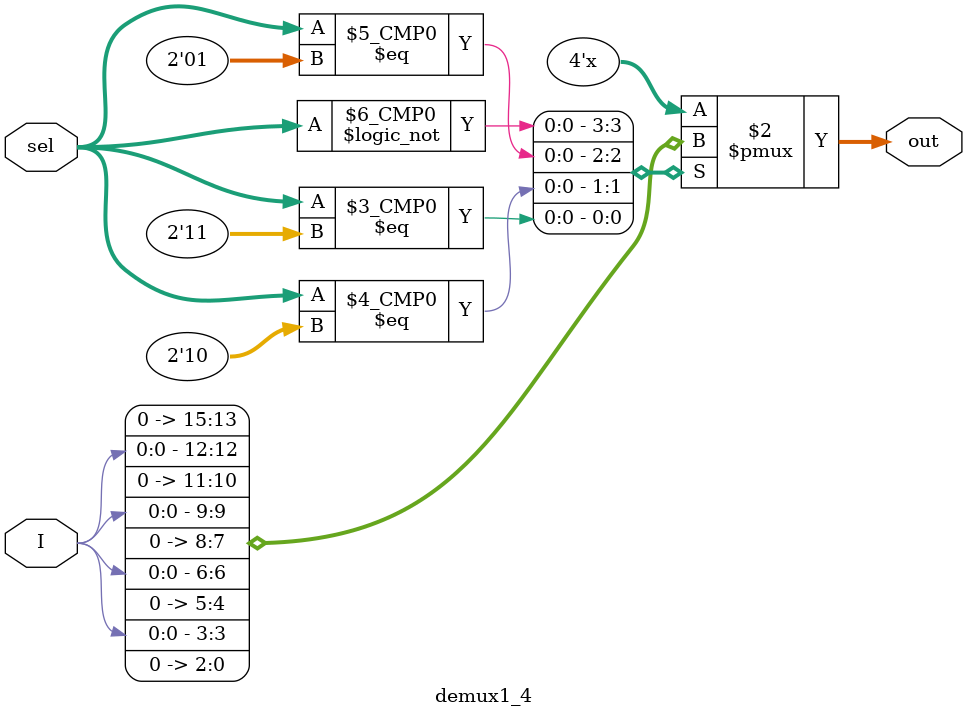
<source format=v>
module demux1_4( // if I is 1 always it is a decoder
    input I, 
    input [1:0] sel,
    output reg [3:0] out
);

    always @(*) begin

        case(sel)

            2'b00: out = {3'b0, I};
            2'b01: out = {2'b0, I, 1'b0};
            2'b10: out = {1'b0, I, 2'b0};
            2'b11: out = {I, 3'b0};

        endcase

    end

endmodule

</source>
